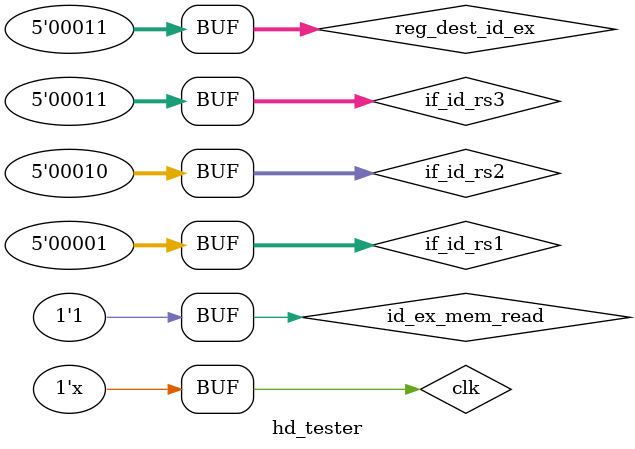
<source format=sv>
`timescale 1ns / 1ps

module hd_tester ();

    logic clk; 
    logic [4:0] if_id_rs1, if_id_rs2, if_id_rs3;
    logic [4:0] reg_dest_id_ex;
    logic id_ex_mem_read;
    logic stall, pc_write_, if_id_write;

    Hazard_Detection hd (
        .if_id_rs1(if_id_rs1),
        .if_id_rs2(if_id_rs2),
        .if_id_rs3(if_id_rs3),
        .reg_dest_id_ex(reg_dest_id_ex),
        .id_ex_mem_read(id_ex_mem_read),
        .stall(stall),
        .pc_write_(pc_write_),
        .if_id_write(if_id_write)
    );

    initial clk = 0;
    always #5 clk = ~clk; // Clock toggles every 5 time units

    initial begin
        // No hazard
        if_id_rs1 = 5'b00001; // rs1
        if_id_rs2 = 5'b00010; // rs2
        if_id_rs3 = 5'b00011; // rs3
        reg_dest_id_ex = 5'b00100; // Destination register in ID/EX stage
        id_ex_mem_read = 1'b0; // No memory read in ID/EX stage
        #10; // Wait for a clock cycle

        // Hazard detected
        if_id_rs1 = 5'b00001; // rs1
        if_id_rs2 = 5'b00010; // rs2
        if_id_rs3 = 5'b00011; // rs3
        reg_dest_id_ex = 5'b00001; // Destination register in ID/EX stage matches rs1
        id_ex_mem_read = 1'b1; // Memory read in ID/EX stage
        #10; // Wait for a clock cycle
        
        // Another hazard detected
        if_id_rs1 = 5'b00001; // rs1
        if_id_rs2 = 5'b00010; // rs2
        if_id_rs3 = 5'b00011; // rs3
        reg_dest_id_ex = 5'b00010; // Destination register in ID/EX stage matches rs2
        id_ex_mem_read = 1'b1; // Memory read in ID/EX stage
        #10; // Wait for a clock cycle
    
        // No hazard in between
        reg_dest_id_ex = 5'b00011;
        id_ex_mem_read = 1'b0;
        #10;
    
        // Third Hazard detected 
        reg_dest_id_ex = 5'b00011;
        id_ex_mem_read = 1'b1;
        #10;
    end

endmodule
</source>
